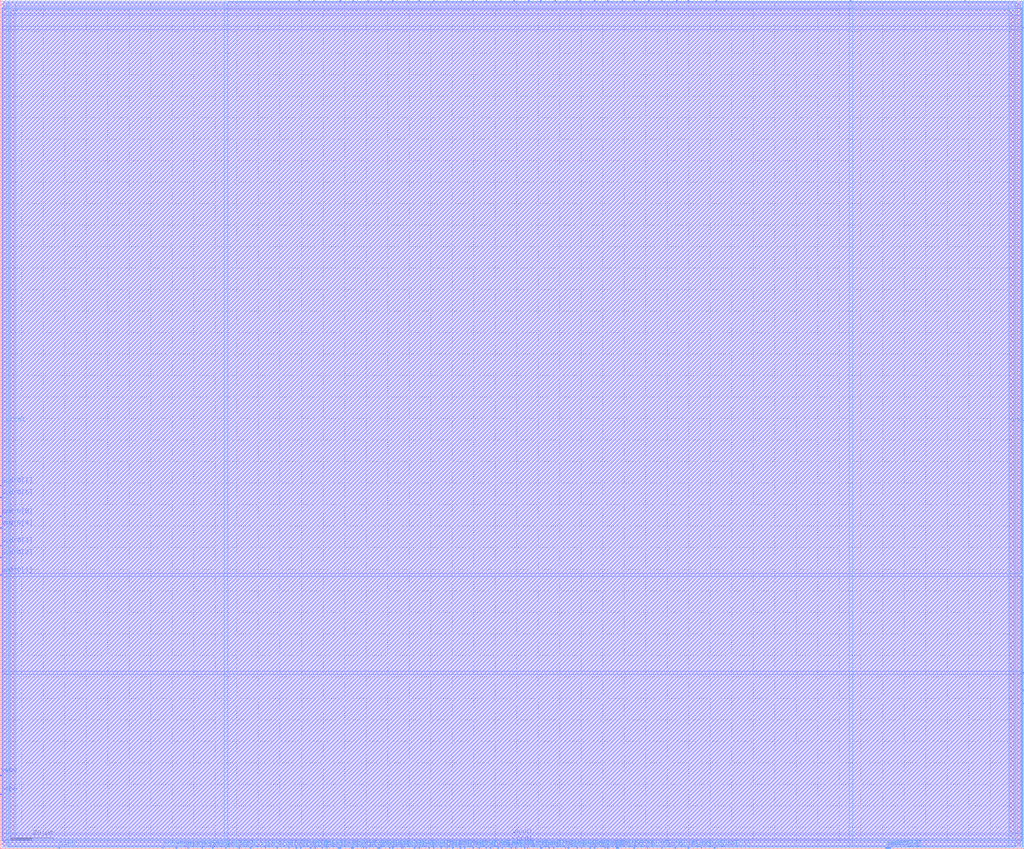
<source format=lef>
VERSION 5.4 ;
NAMESCASESENSITIVE ON ;
BUSBITCHARS "[]" ;
DIVIDERCHAR "/" ;
UNITS
  DATABASE MICRONS 2000 ;
END UNITS
MACRO sky130_sram_1kbyte_1rw1r_32x256_8
   CLASS BLOCK ;
   SIZE 475.7 BY 394.78 ;
   SYMMETRY X Y R90 ;
   PIN din0[0]
      DIRECTION INPUT ;
      PORT
         LAYER met4 ;
         RECT  104.72 0.0 105.1 0.38 ;
      END
   END din0[0]
   PIN din0[1]
      DIRECTION INPUT ;
      PORT
         LAYER met4 ;
         RECT  110.84 0.0 111.22 0.38 ;
      END
   END din0[1]
   PIN din0[2]
      DIRECTION INPUT ;
      PORT
         LAYER met4 ;
         RECT  116.28 0.0 116.66 0.38 ;
      END
   END din0[2]
   PIN din0[3]
      DIRECTION INPUT ;
      PORT
         LAYER met4 ;
         RECT  123.08 0.0 123.46 0.38 ;
      END
   END din0[3]
   PIN din0[4]
      DIRECTION INPUT ;
      PORT
         LAYER met4 ;
         RECT  128.52 0.0 128.9 0.38 ;
      END
   END din0[4]
   PIN din0[5]
      DIRECTION INPUT ;
      PORT
         LAYER met4 ;
         RECT  133.96 0.0 134.34 0.38 ;
      END
   END din0[5]
   PIN din0[6]
      DIRECTION INPUT ;
      PORT
         LAYER met4 ;
         RECT  139.4 0.0 139.78 0.38 ;
      END
   END din0[6]
   PIN din0[7]
      DIRECTION INPUT ;
      PORT
         LAYER met4 ;
         RECT  146.2 0.0 146.58 0.38 ;
      END
   END din0[7]
   PIN din0[8]
      DIRECTION INPUT ;
      PORT
         LAYER met4 ;
         RECT  151.64 0.0 152.02 0.38 ;
      END
   END din0[8]
   PIN din0[9]
      DIRECTION INPUT ;
      PORT
         LAYER met4 ;
         RECT  157.08 0.0 157.46 0.38 ;
      END
   END din0[9]
   PIN din0[10]
      DIRECTION INPUT ;
      PORT
         LAYER met4 ;
         RECT  163.2 0.0 163.58 0.38 ;
      END
   END din0[10]
   PIN din0[11]
      DIRECTION INPUT ;
      PORT
         LAYER met4 ;
         RECT  168.64 0.0 169.02 0.38 ;
      END
   END din0[11]
   PIN din0[12]
      DIRECTION INPUT ;
      PORT
         LAYER met4 ;
         RECT  175.44 0.0 175.82 0.38 ;
      END
   END din0[12]
   PIN din0[13]
      DIRECTION INPUT ;
      PORT
         LAYER met4 ;
         RECT  180.88 0.0 181.26 0.38 ;
      END
   END din0[13]
   PIN din0[14]
      DIRECTION INPUT ;
      PORT
         LAYER met4 ;
         RECT  186.32 0.0 186.7 0.38 ;
      END
   END din0[14]
   PIN din0[15]
      DIRECTION INPUT ;
      PORT
         LAYER met4 ;
         RECT  192.44 0.0 192.82 0.38 ;
      END
   END din0[15]
   PIN din0[16]
      DIRECTION INPUT ;
      PORT
         LAYER met4 ;
         RECT  199.24 0.0 199.62 0.38 ;
      END
   END din0[16]
   PIN din0[17]
      DIRECTION INPUT ;
      PORT
         LAYER met4 ;
         RECT  204.68 0.0 205.06 0.38 ;
      END
   END din0[17]
   PIN din0[18]
      DIRECTION INPUT ;
      PORT
         LAYER met4 ;
         RECT  210.12 0.0 210.5 0.38 ;
      END
   END din0[18]
   PIN din0[19]
      DIRECTION INPUT ;
      PORT
         LAYER met4 ;
         RECT  215.56 0.0 215.94 0.38 ;
      END
   END din0[19]
   PIN din0[20]
      DIRECTION INPUT ;
      PORT
         LAYER met4 ;
         RECT  222.36 0.0 222.74 0.38 ;
      END
   END din0[20]
   PIN din0[21]
      DIRECTION INPUT ;
      PORT
         LAYER met4 ;
         RECT  227.8 0.0 228.18 0.38 ;
      END
   END din0[21]
   PIN din0[22]
      DIRECTION INPUT ;
      PORT
         LAYER met4 ;
         RECT  233.24 0.0 233.62 0.38 ;
      END
   END din0[22]
   PIN din0[23]
      DIRECTION INPUT ;
      PORT
         LAYER met4 ;
         RECT  239.36 0.0 239.74 0.38 ;
      END
   END din0[23]
   PIN din0[24]
      DIRECTION INPUT ;
      PORT
         LAYER met4 ;
         RECT  244.8 0.0 245.18 0.38 ;
      END
   END din0[24]
   PIN din0[25]
      DIRECTION INPUT ;
      PORT
         LAYER met4 ;
         RECT  251.6 0.0 251.98 0.38 ;
      END
   END din0[25]
   PIN din0[26]
      DIRECTION INPUT ;
      PORT
         LAYER met4 ;
         RECT  257.04 0.0 257.42 0.38 ;
      END
   END din0[26]
   PIN din0[27]
      DIRECTION INPUT ;
      PORT
         LAYER met4 ;
         RECT  262.48 0.0 262.86 0.38 ;
      END
   END din0[27]
   PIN din0[28]
      DIRECTION INPUT ;
      PORT
         LAYER met4 ;
         RECT  267.92 0.0 268.3 0.38 ;
      END
   END din0[28]
   PIN din0[29]
      DIRECTION INPUT ;
      PORT
         LAYER met4 ;
         RECT  274.04 0.0 274.42 0.38 ;
      END
   END din0[29]
   PIN din0[30]
      DIRECTION INPUT ;
      PORT
         LAYER met4 ;
         RECT  280.84 0.0 281.22 0.38 ;
      END
   END din0[30]
   PIN din0[31]
      DIRECTION INPUT ;
      PORT
         LAYER met4 ;
         RECT  286.28 0.0 286.66 0.38 ;
      END
   END din0[31]
   PIN addr0[0]
      DIRECTION INPUT ;
      PORT
         LAYER met4 ;
         RECT  75.48 0.0 75.86 0.38 ;
      END
   END addr0[0]
   PIN addr0[1]
      DIRECTION INPUT ;
      PORT
         LAYER met3 ;
         RECT  0.0 127.16 0.38 127.54 ;
      END
   END addr0[1]
   PIN addr0[2]
      DIRECTION INPUT ;
      PORT
         LAYER met3 ;
         RECT  0.0 135.32 0.38 135.7 ;
      END
   END addr0[2]
   PIN addr0[3]
      DIRECTION INPUT ;
      PORT
         LAYER met3 ;
         RECT  0.0 140.76 0.38 141.14 ;
      END
   END addr0[3]
   PIN addr0[4]
      DIRECTION INPUT ;
      PORT
         LAYER met3 ;
         RECT  0.0 148.92 0.38 149.3 ;
      END
   END addr0[4]
   PIN addr0[5]
      DIRECTION INPUT ;
      PORT
         LAYER met3 ;
         RECT  0.0 154.36 0.38 154.74 ;
      END
   END addr0[5]
   PIN addr0[6]
      DIRECTION INPUT ;
      PORT
         LAYER met3 ;
         RECT  0.0 163.2 0.38 163.58 ;
      END
   END addr0[6]
   PIN addr0[7]
      DIRECTION INPUT ;
      PORT
         LAYER met3 ;
         RECT  0.0 168.64 0.38 169.02 ;
      END
   END addr0[7]
   PIN addr1[0]
      DIRECTION INPUT ;
      PORT
         LAYER met4 ;
         RECT  395.08 394.4 395.46 394.78 ;
      END
   END addr1[0]
   PIN addr1[1]
      DIRECTION INPUT ;
      PORT
         LAYER met3 ;
         RECT  475.32 81.6 475.7 81.98 ;
      END
   END addr1[1]
   PIN addr1[2]
      DIRECTION INPUT ;
      PORT
         LAYER met3 ;
         RECT  475.32 73.44 475.7 73.82 ;
      END
   END addr1[2]
   PIN addr1[3]
      DIRECTION INPUT ;
      PORT
         LAYER met3 ;
         RECT  475.32 67.32 475.7 67.7 ;
      END
   END addr1[3]
   PIN addr1[4]
      DIRECTION INPUT ;
      PORT
         LAYER met4 ;
         RECT  413.44 0.0 413.82 0.38 ;
      END
   END addr1[4]
   PIN addr1[5]
      DIRECTION INPUT ;
      PORT
         LAYER met4 ;
         RECT  411.4 0.0 411.78 0.38 ;
      END
   END addr1[5]
   PIN addr1[6]
      DIRECTION INPUT ;
      PORT
         LAYER met4 ;
         RECT  412.08 0.0 412.46 0.38 ;
      END
   END addr1[6]
   PIN addr1[7]
      DIRECTION INPUT ;
      PORT
         LAYER met4 ;
         RECT  412.76 0.0 413.14 0.38 ;
      END
   END addr1[7]
   PIN csb0
      DIRECTION INPUT ;
      PORT
         LAYER met3 ;
         RECT  0.0 25.16 0.38 25.54 ;
      END
   END csb0
   PIN csb1
      DIRECTION INPUT ;
      PORT
         LAYER met3 ;
         RECT  475.32 381.48 475.7 381.86 ;
      END
   END csb1
   PIN web0
      DIRECTION INPUT ;
      PORT
         LAYER met3 ;
         RECT  0.0 34.0 0.38 34.38 ;
      END
   END web0
   PIN clk0
      DIRECTION INPUT ;
      PORT
         LAYER met4 ;
         RECT  27.2 0.0 27.58 0.38 ;
      END
   END clk0
   PIN clk1
      DIRECTION INPUT ;
      PORT
         LAYER met4 ;
         RECT  448.12 394.4 448.5 394.78 ;
      END
   END clk1
   PIN wmask0[0]
      DIRECTION INPUT ;
      PORT
         LAYER met4 ;
         RECT  81.6 0.0 81.98 0.38 ;
      END
   END wmask0[0]
   PIN wmask0[1]
      DIRECTION INPUT ;
      PORT
         LAYER met4 ;
         RECT  87.04 0.0 87.42 0.38 ;
      END
   END wmask0[1]
   PIN wmask0[2]
      DIRECTION INPUT ;
      PORT
         LAYER met4 ;
         RECT  93.84 0.0 94.22 0.38 ;
      END
   END wmask0[2]
   PIN wmask0[3]
      DIRECTION INPUT ;
      PORT
         LAYER met4 ;
         RECT  98.6 0.0 98.98 0.38 ;
      END
   END wmask0[3]
   PIN dout0[0]
      DIRECTION OUTPUT ;
      PORT
         LAYER met4 ;
         RECT  137.36 0.0 137.74 0.38 ;
      END
   END dout0[0]
   PIN dout0[1]
      DIRECTION OUTPUT ;
      PORT
         LAYER met4 ;
         RECT  144.16 0.0 144.54 0.38 ;
      END
   END dout0[1]
   PIN dout0[2]
      DIRECTION OUTPUT ;
      PORT
         LAYER met4 ;
         RECT  149.6 0.0 149.98 0.38 ;
      END
   END dout0[2]
   PIN dout0[3]
      DIRECTION OUTPUT ;
      PORT
         LAYER met4 ;
         RECT  157.76 0.0 158.14 0.38 ;
      END
   END dout0[3]
   PIN dout0[4]
      DIRECTION OUTPUT ;
      PORT
         LAYER met4 ;
         RECT  163.88 0.0 164.26 0.38 ;
      END
   END dout0[4]
   PIN dout0[5]
      DIRECTION OUTPUT ;
      PORT
         LAYER met4 ;
         RECT  170.0 0.0 170.38 0.38 ;
      END
   END dout0[5]
   PIN dout0[6]
      DIRECTION OUTPUT ;
      PORT
         LAYER met4 ;
         RECT  176.12 0.0 176.5 0.38 ;
      END
   END dout0[6]
   PIN dout0[7]
      DIRECTION OUTPUT ;
      PORT
         LAYER met4 ;
         RECT  182.24 0.0 182.62 0.38 ;
      END
   END dout0[7]
   PIN dout0[8]
      DIRECTION OUTPUT ;
      PORT
         LAYER met4 ;
         RECT  187.0 0.0 187.38 0.38 ;
      END
   END dout0[8]
   PIN dout0[9]
      DIRECTION OUTPUT ;
      PORT
         LAYER met4 ;
         RECT  194.48 0.0 194.86 0.38 ;
      END
   END dout0[9]
   PIN dout0[10]
      DIRECTION OUTPUT ;
      PORT
         LAYER met4 ;
         RECT  201.28 0.0 201.66 0.38 ;
      END
   END dout0[10]
   PIN dout0[11]
      DIRECTION OUTPUT ;
      PORT
         LAYER met4 ;
         RECT  207.4 0.0 207.78 0.38 ;
      END
   END dout0[11]
   PIN dout0[12]
      DIRECTION OUTPUT ;
      PORT
         LAYER met4 ;
         RECT  213.52 0.0 213.9 0.38 ;
      END
   END dout0[12]
   PIN dout0[13]
      DIRECTION OUTPUT ;
      PORT
         LAYER met4 ;
         RECT  219.64 0.0 220.02 0.38 ;
      END
   END dout0[13]
   PIN dout0[14]
      DIRECTION OUTPUT ;
      PORT
         LAYER met4 ;
         RECT  225.76 0.0 226.14 0.38 ;
      END
   END dout0[14]
   PIN dout0[15]
      DIRECTION OUTPUT ;
      PORT
         LAYER met4 ;
         RECT  231.2 0.0 231.58 0.38 ;
      END
   END dout0[15]
   PIN dout0[16]
      DIRECTION OUTPUT ;
      PORT
         LAYER met4 ;
         RECT  237.32 0.0 237.7 0.38 ;
      END
   END dout0[16]
   PIN dout0[17]
      DIRECTION OUTPUT ;
      PORT
         LAYER met4 ;
         RECT  243.44 0.0 243.82 0.38 ;
      END
   END dout0[17]
   PIN dout0[18]
      DIRECTION OUTPUT ;
      PORT
         LAYER met4 ;
         RECT  250.92 0.0 251.3 0.38 ;
      END
   END dout0[18]
   PIN dout0[19]
      DIRECTION OUTPUT ;
      PORT
         LAYER met4 ;
         RECT  255.0 0.0 255.38 0.38 ;
      END
   END dout0[19]
   PIN dout0[20]
      DIRECTION OUTPUT ;
      PORT
         LAYER met4 ;
         RECT  263.84 0.0 264.22 0.38 ;
      END
   END dout0[20]
   PIN dout0[21]
      DIRECTION OUTPUT ;
      PORT
         LAYER met4 ;
         RECT  269.96 0.0 270.34 0.38 ;
      END
   END dout0[21]
   PIN dout0[22]
      DIRECTION OUTPUT ;
      PORT
         LAYER met4 ;
         RECT  276.08 0.0 276.46 0.38 ;
      END
   END dout0[22]
   PIN dout0[23]
      DIRECTION OUTPUT ;
      PORT
         LAYER met4 ;
         RECT  282.2 0.0 282.58 0.38 ;
      END
   END dout0[23]
   PIN dout0[24]
      DIRECTION OUTPUT ;
      PORT
         LAYER met4 ;
         RECT  286.96 0.0 287.34 0.38 ;
      END
   END dout0[24]
   PIN dout0[25]
      DIRECTION OUTPUT ;
      PORT
         LAYER met4 ;
         RECT  294.44 0.0 294.82 0.38 ;
      END
   END dout0[25]
   PIN dout0[26]
      DIRECTION OUTPUT ;
      PORT
         LAYER met4 ;
         RECT  300.56 0.0 300.94 0.38 ;
      END
   END dout0[26]
   PIN dout0[27]
      DIRECTION OUTPUT ;
      PORT
         LAYER met4 ;
         RECT  307.36 0.0 307.74 0.38 ;
      END
   END dout0[27]
   PIN dout0[28]
      DIRECTION OUTPUT ;
      PORT
         LAYER met4 ;
         RECT  313.48 0.0 313.86 0.38 ;
      END
   END dout0[28]
   PIN dout0[29]
      DIRECTION OUTPUT ;
      PORT
         LAYER met4 ;
         RECT  319.6 0.0 319.98 0.38 ;
      END
   END dout0[29]
   PIN dout0[30]
      DIRECTION OUTPUT ;
      PORT
         LAYER met4 ;
         RECT  325.72 0.0 326.1 0.38 ;
      END
   END dout0[30]
   PIN dout0[31]
      DIRECTION OUTPUT ;
      PORT
         LAYER met4 ;
         RECT  331.84 0.0 332.22 0.38 ;
      END
   END dout0[31]
   PIN dout1[0]
      DIRECTION OUTPUT ;
      PORT
         LAYER met4 ;
         RECT  138.72 394.4 139.1 394.78 ;
      END
   END dout1[0]
   PIN dout1[1]
      DIRECTION OUTPUT ;
      PORT
         LAYER met4 ;
         RECT  145.52 394.4 145.9 394.78 ;
      END
   END dout1[1]
   PIN dout1[2]
      DIRECTION OUTPUT ;
      PORT
         LAYER met4 ;
         RECT  150.96 394.4 151.34 394.78 ;
      END
   END dout1[2]
   PIN dout1[3]
      DIRECTION OUTPUT ;
      PORT
         LAYER met4 ;
         RECT  157.76 394.4 158.14 394.78 ;
      END
   END dout1[3]
   PIN dout1[4]
      DIRECTION OUTPUT ;
      PORT
         LAYER met4 ;
         RECT  163.88 394.4 164.26 394.78 ;
      END
   END dout1[4]
   PIN dout1[5]
      DIRECTION OUTPUT ;
      PORT
         LAYER met4 ;
         RECT  170.68 394.4 171.06 394.78 ;
      END
   END dout1[5]
   PIN dout1[6]
      DIRECTION OUTPUT ;
      PORT
         LAYER met4 ;
         RECT  176.8 394.4 177.18 394.78 ;
      END
   END dout1[6]
   PIN dout1[7]
      DIRECTION OUTPUT ;
      PORT
         LAYER met4 ;
         RECT  182.24 394.4 182.62 394.78 ;
      END
   END dout1[7]
   PIN dout1[8]
      DIRECTION OUTPUT ;
      PORT
         LAYER met4 ;
         RECT  189.04 394.4 189.42 394.78 ;
      END
   END dout1[8]
   PIN dout1[9]
      DIRECTION OUTPUT ;
      PORT
         LAYER met4 ;
         RECT  194.48 394.4 194.86 394.78 ;
      END
   END dout1[9]
   PIN dout1[10]
      DIRECTION OUTPUT ;
      PORT
         LAYER met4 ;
         RECT  201.28 394.4 201.66 394.78 ;
      END
   END dout1[10]
   PIN dout1[11]
      DIRECTION OUTPUT ;
      PORT
         LAYER met4 ;
         RECT  207.4 394.4 207.78 394.78 ;
      END
   END dout1[11]
   PIN dout1[12]
      DIRECTION OUTPUT ;
      PORT
         LAYER met4 ;
         RECT  214.2 394.4 214.58 394.78 ;
      END
   END dout1[12]
   PIN dout1[13]
      DIRECTION OUTPUT ;
      PORT
         LAYER met4 ;
         RECT  219.64 394.4 220.02 394.78 ;
      END
   END dout1[13]
   PIN dout1[14]
      DIRECTION OUTPUT ;
      PORT
         LAYER met4 ;
         RECT  225.76 394.4 226.14 394.78 ;
      END
   END dout1[14]
   PIN dout1[15]
      DIRECTION OUTPUT ;
      PORT
         LAYER met4 ;
         RECT  232.56 394.4 232.94 394.78 ;
      END
   END dout1[15]
   PIN dout1[16]
      DIRECTION OUTPUT ;
      PORT
         LAYER met4 ;
         RECT  238.68 394.4 239.06 394.78 ;
      END
   END dout1[16]
   PIN dout1[17]
      DIRECTION OUTPUT ;
      PORT
         LAYER met4 ;
         RECT  245.48 394.4 245.86 394.78 ;
      END
   END dout1[17]
   PIN dout1[18]
      DIRECTION OUTPUT ;
      PORT
         LAYER met4 ;
         RECT  250.92 394.4 251.3 394.78 ;
      END
   END dout1[18]
   PIN dout1[19]
      DIRECTION OUTPUT ;
      PORT
         LAYER met4 ;
         RECT  257.72 394.4 258.1 394.78 ;
      END
   END dout1[19]
   PIN dout1[20]
      DIRECTION OUTPUT ;
      PORT
         LAYER met4 ;
         RECT  263.16 394.4 263.54 394.78 ;
      END
   END dout1[20]
   PIN dout1[21]
      DIRECTION OUTPUT ;
      PORT
         LAYER met4 ;
         RECT  269.28 394.4 269.66 394.78 ;
      END
   END dout1[21]
   PIN dout1[22]
      DIRECTION OUTPUT ;
      PORT
         LAYER met4 ;
         RECT  276.08 394.4 276.46 394.78 ;
      END
   END dout1[22]
   PIN dout1[23]
      DIRECTION OUTPUT ;
      PORT
         LAYER met4 ;
         RECT  282.2 394.4 282.58 394.78 ;
      END
   END dout1[23]
   PIN dout1[24]
      DIRECTION OUTPUT ;
      PORT
         LAYER met4 ;
         RECT  289.0 394.4 289.38 394.78 ;
      END
   END dout1[24]
   PIN dout1[25]
      DIRECTION OUTPUT ;
      PORT
         LAYER met4 ;
         RECT  294.44 394.4 294.82 394.78 ;
      END
   END dout1[25]
   PIN dout1[26]
      DIRECTION OUTPUT ;
      PORT
         LAYER met4 ;
         RECT  301.24 394.4 301.62 394.78 ;
      END
   END dout1[26]
   PIN dout1[27]
      DIRECTION OUTPUT ;
      PORT
         LAYER met4 ;
         RECT  307.36 394.4 307.74 394.78 ;
      END
   END dout1[27]
   PIN dout1[28]
      DIRECTION OUTPUT ;
      PORT
         LAYER met4 ;
         RECT  314.16 394.4 314.54 394.78 ;
      END
   END dout1[28]
   PIN dout1[29]
      DIRECTION OUTPUT ;
      PORT
         LAYER met4 ;
         RECT  319.6 394.4 319.98 394.78 ;
      END
   END dout1[29]
   PIN dout1[30]
      DIRECTION OUTPUT ;
      PORT
         LAYER met4 ;
         RECT  325.72 394.4 326.1 394.78 ;
      END
   END dout1[30]
   PIN dout1[31]
      DIRECTION OUTPUT ;
      PORT
         LAYER met4 ;
         RECT  332.52 394.4 332.9 394.78 ;
      END
   END dout1[31]
   PIN vccd1
      DIRECTION INOUT ;
      USE POWER ; 
      SHAPE ABUTMENT ; 
      PORT
         LAYER met3 ;
         RECT  1.36 391.68 474.34 393.42 ;
         LAYER met4 ;
         RECT  472.6 1.36 474.34 393.42 ;
         LAYER met4 ;
         RECT  1.36 1.36 3.1 393.42 ;
         LAYER met3 ;
         RECT  1.36 1.36 474.34 3.1 ;
      END
   END vccd1
   PIN vssd1
      DIRECTION INOUT ;
      USE GROUND ; 
      SHAPE ABUTMENT ; 
      PORT
         LAYER met3 ;
         RECT  4.76 388.28 470.94 390.02 ;
         LAYER met4 ;
         RECT  4.76 4.76 6.5 390.02 ;
         LAYER met3 ;
         RECT  4.76 4.76 470.94 6.5 ;
         LAYER met4 ;
         RECT  469.2 4.76 470.94 390.02 ;
      END
   END vssd1
   OBS
   LAYER  met1 ;
      RECT  0.62 0.62 475.08 394.16 ;
   LAYER  met2 ;
      RECT  0.62 0.62 475.08 394.16 ;
   LAYER  met3 ;
      RECT  0.98 126.56 475.08 128.14 ;
      RECT  0.62 128.14 0.98 134.72 ;
      RECT  0.62 136.3 0.98 140.16 ;
      RECT  0.62 141.74 0.98 148.32 ;
      RECT  0.62 149.9 0.98 153.76 ;
      RECT  0.62 155.34 0.98 162.6 ;
      RECT  0.62 164.18 0.98 168.04 ;
      RECT  0.98 81.0 474.72 82.58 ;
      RECT  0.98 82.58 474.72 126.56 ;
      RECT  474.72 82.58 475.08 126.56 ;
      RECT  474.72 74.42 475.08 81.0 ;
      RECT  474.72 68.3 475.08 72.84 ;
      RECT  0.98 128.14 474.72 380.88 ;
      RECT  0.98 380.88 474.72 382.46 ;
      RECT  474.72 128.14 475.08 380.88 ;
      RECT  0.62 26.14 0.98 33.4 ;
      RECT  0.62 34.98 0.98 126.56 ;
      RECT  0.62 169.62 0.76 391.08 ;
      RECT  0.62 391.08 0.76 394.02 ;
      RECT  0.62 394.02 0.76 394.16 ;
      RECT  0.76 169.62 0.98 391.08 ;
      RECT  0.76 394.02 0.98 394.16 ;
      RECT  0.98 394.02 474.72 394.16 ;
      RECT  474.72 382.46 474.94 391.08 ;
      RECT  474.72 394.02 474.94 394.16 ;
      RECT  474.94 382.46 475.08 391.08 ;
      RECT  474.94 391.08 475.08 394.02 ;
      RECT  474.94 394.02 475.08 394.16 ;
      RECT  0.98 0.62 474.72 0.76 ;
      RECT  474.72 0.62 474.94 0.76 ;
      RECT  474.72 3.7 474.94 66.72 ;
      RECT  474.94 0.62 475.08 0.76 ;
      RECT  474.94 0.76 475.08 3.7 ;
      RECT  474.94 3.7 475.08 66.72 ;
      RECT  0.62 0.62 0.76 0.76 ;
      RECT  0.62 0.76 0.76 3.7 ;
      RECT  0.62 3.7 0.76 24.56 ;
      RECT  0.76 0.62 0.98 0.76 ;
      RECT  0.76 3.7 0.98 24.56 ;
      RECT  0.98 382.46 4.16 387.68 ;
      RECT  0.98 387.68 4.16 390.62 ;
      RECT  0.98 390.62 4.16 391.08 ;
      RECT  4.16 382.46 471.54 387.68 ;
      RECT  4.16 390.62 471.54 391.08 ;
      RECT  471.54 382.46 474.72 387.68 ;
      RECT  471.54 387.68 474.72 390.62 ;
      RECT  471.54 390.62 474.72 391.08 ;
      RECT  0.98 3.7 4.16 4.16 ;
      RECT  0.98 4.16 4.16 7.1 ;
      RECT  0.98 7.1 4.16 81.0 ;
      RECT  4.16 3.7 471.54 4.16 ;
      RECT  4.16 7.1 471.54 81.0 ;
      RECT  471.54 3.7 474.72 4.16 ;
      RECT  471.54 4.16 474.72 7.1 ;
      RECT  471.54 7.1 474.72 81.0 ;
   LAYER  met4 ;
      RECT  104.12 0.98 105.7 394.16 ;
      RECT  105.7 0.62 110.24 0.98 ;
      RECT  111.82 0.62 115.68 0.98 ;
      RECT  117.26 0.62 122.48 0.98 ;
      RECT  124.06 0.62 127.92 0.98 ;
      RECT  129.5 0.62 133.36 0.98 ;
      RECT  152.62 0.62 156.48 0.98 ;
      RECT  258.02 0.62 261.88 0.98 ;
      RECT  105.7 0.98 394.48 393.8 ;
      RECT  394.48 0.98 396.06 393.8 ;
      RECT  28.18 0.62 74.88 0.98 ;
      RECT  396.06 393.8 447.52 394.16 ;
      RECT  76.46 0.62 81.0 0.98 ;
      RECT  82.58 0.62 86.44 0.98 ;
      RECT  88.02 0.62 93.24 0.98 ;
      RECT  94.82 0.62 98.0 0.98 ;
      RECT  99.58 0.62 104.12 0.98 ;
      RECT  134.94 0.62 136.76 0.98 ;
      RECT  138.34 0.62 138.8 0.98 ;
      RECT  140.38 0.62 143.56 0.98 ;
      RECT  145.14 0.62 145.6 0.98 ;
      RECT  147.18 0.62 149.0 0.98 ;
      RECT  150.58 0.62 151.04 0.98 ;
      RECT  158.74 0.62 162.6 0.98 ;
      RECT  164.86 0.62 168.04 0.98 ;
      RECT  170.98 0.62 174.84 0.98 ;
      RECT  177.1 0.62 180.28 0.98 ;
      RECT  183.22 0.62 185.72 0.98 ;
      RECT  187.98 0.62 191.84 0.98 ;
      RECT  193.42 0.62 193.88 0.98 ;
      RECT  195.46 0.62 198.64 0.98 ;
      RECT  200.22 0.62 200.68 0.98 ;
      RECT  202.26 0.62 204.08 0.98 ;
      RECT  205.66 0.62 206.8 0.98 ;
      RECT  208.38 0.62 209.52 0.98 ;
      RECT  211.1 0.62 212.92 0.98 ;
      RECT  214.5 0.62 214.96 0.98 ;
      RECT  216.54 0.62 219.04 0.98 ;
      RECT  220.62 0.62 221.76 0.98 ;
      RECT  223.34 0.62 225.16 0.98 ;
      RECT  226.74 0.62 227.2 0.98 ;
      RECT  228.78 0.62 230.6 0.98 ;
      RECT  232.18 0.62 232.64 0.98 ;
      RECT  234.22 0.62 236.72 0.98 ;
      RECT  238.3 0.62 238.76 0.98 ;
      RECT  240.34 0.62 242.84 0.98 ;
      RECT  245.78 0.62 250.32 0.98 ;
      RECT  252.58 0.62 254.4 0.98 ;
      RECT  255.98 0.62 256.44 0.98 ;
      RECT  264.82 0.62 267.32 0.98 ;
      RECT  268.9 0.62 269.36 0.98 ;
      RECT  270.94 0.62 273.44 0.98 ;
      RECT  275.02 0.62 275.48 0.98 ;
      RECT  277.06 0.62 280.24 0.98 ;
      RECT  283.18 0.62 285.68 0.98 ;
      RECT  287.94 0.62 293.84 0.98 ;
      RECT  295.42 0.62 299.96 0.98 ;
      RECT  301.54 0.62 306.76 0.98 ;
      RECT  308.34 0.62 312.88 0.98 ;
      RECT  314.46 0.62 319.0 0.98 ;
      RECT  320.58 0.62 325.12 0.98 ;
      RECT  326.7 0.62 331.24 0.98 ;
      RECT  332.82 0.62 410.8 0.98 ;
      RECT  105.7 393.8 138.12 394.16 ;
      RECT  139.7 393.8 144.92 394.16 ;
      RECT  146.5 393.8 150.36 394.16 ;
      RECT  151.94 393.8 157.16 394.16 ;
      RECT  158.74 393.8 163.28 394.16 ;
      RECT  164.86 393.8 170.08 394.16 ;
      RECT  171.66 393.8 176.2 394.16 ;
      RECT  177.78 393.8 181.64 394.16 ;
      RECT  183.22 393.8 188.44 394.16 ;
      RECT  190.02 393.8 193.88 394.16 ;
      RECT  195.46 393.8 200.68 394.16 ;
      RECT  202.26 393.8 206.8 394.16 ;
      RECT  208.38 393.8 213.6 394.16 ;
      RECT  215.18 393.8 219.04 394.16 ;
      RECT  220.62 393.8 225.16 394.16 ;
      RECT  226.74 393.8 231.96 394.16 ;
      RECT  233.54 393.8 238.08 394.16 ;
      RECT  239.66 393.8 244.88 394.16 ;
      RECT  246.46 393.8 250.32 394.16 ;
      RECT  251.9 393.8 257.12 394.16 ;
      RECT  258.7 393.8 262.56 394.16 ;
      RECT  264.14 393.8 268.68 394.16 ;
      RECT  270.26 393.8 275.48 394.16 ;
      RECT  277.06 393.8 281.6 394.16 ;
      RECT  283.18 393.8 288.4 394.16 ;
      RECT  289.98 393.8 293.84 394.16 ;
      RECT  295.42 393.8 300.64 394.16 ;
      RECT  302.22 393.8 306.76 394.16 ;
      RECT  308.34 393.8 313.56 394.16 ;
      RECT  315.14 393.8 319.0 394.16 ;
      RECT  320.58 393.8 325.12 394.16 ;
      RECT  326.7 393.8 331.92 394.16 ;
      RECT  333.5 393.8 394.48 394.16 ;
      RECT  474.94 0.98 475.08 393.8 ;
      RECT  414.42 0.62 472.0 0.76 ;
      RECT  414.42 0.76 472.0 0.98 ;
      RECT  472.0 0.62 474.94 0.76 ;
      RECT  474.94 0.62 475.08 0.76 ;
      RECT  474.94 0.76 475.08 0.98 ;
      RECT  449.1 393.8 472.0 394.02 ;
      RECT  449.1 394.02 472.0 394.16 ;
      RECT  472.0 394.02 474.94 394.16 ;
      RECT  474.94 393.8 475.08 394.02 ;
      RECT  474.94 394.02 475.08 394.16 ;
      RECT  0.62 0.98 0.76 394.02 ;
      RECT  0.62 394.02 0.76 394.16 ;
      RECT  0.76 394.02 3.7 394.16 ;
      RECT  3.7 394.02 104.12 394.16 ;
      RECT  0.62 0.62 0.76 0.76 ;
      RECT  0.62 0.76 0.76 0.98 ;
      RECT  0.76 0.62 3.7 0.76 ;
      RECT  3.7 0.62 26.6 0.76 ;
      RECT  3.7 0.76 26.6 0.98 ;
      RECT  3.7 0.98 4.16 4.16 ;
      RECT  3.7 4.16 4.16 390.62 ;
      RECT  3.7 390.62 4.16 394.02 ;
      RECT  4.16 0.98 7.1 4.16 ;
      RECT  4.16 390.62 7.1 394.02 ;
      RECT  7.1 0.98 104.12 4.16 ;
      RECT  7.1 4.16 104.12 390.62 ;
      RECT  7.1 390.62 104.12 394.02 ;
      RECT  396.06 0.98 468.6 4.16 ;
      RECT  396.06 4.16 468.6 390.62 ;
      RECT  396.06 390.62 468.6 393.8 ;
      RECT  468.6 0.98 471.54 4.16 ;
      RECT  468.6 390.62 471.54 393.8 ;
      RECT  471.54 0.98 472.0 4.16 ;
      RECT  471.54 4.16 472.0 390.62 ;
      RECT  471.54 390.62 472.0 393.8 ;
   END
END    sky130_sram_1kbyte_1rw1r_32x256_8
END    LIBRARY

</source>
